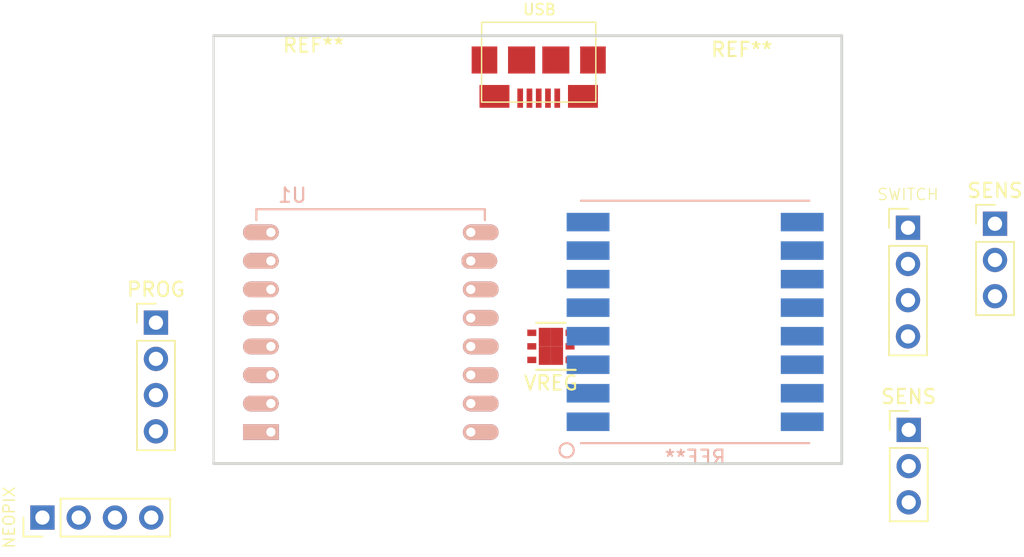
<source format=kicad_pcb>
(kicad_pcb (version 20171130) (host pcbnew 5.0.2-bee76a0~70~ubuntu18.04.1)

  (general
    (thickness 1.6)
    (drawings 4)
    (tracks 0)
    (zones 0)
    (modules 11)
    (nets 1)
  )

  (page A4)
  (layers
    (0 F.Cu signal)
    (31 B.Cu signal)
    (32 B.Adhes user)
    (33 F.Adhes user)
    (34 B.Paste user)
    (35 F.Paste user)
    (36 B.SilkS user)
    (37 F.SilkS user)
    (38 B.Mask user)
    (39 F.Mask user)
    (40 Dwgs.User user)
    (41 Cmts.User user)
    (42 Eco1.User user)
    (43 Eco2.User user)
    (44 Edge.Cuts user)
    (45 Margin user)
    (46 B.CrtYd user)
    (47 F.CrtYd user)
    (48 B.Fab user)
    (49 F.Fab user)
  )

  (setup
    (last_trace_width 0.25)
    (trace_clearance 0.2)
    (zone_clearance 0.508)
    (zone_45_only no)
    (trace_min 0.2)
    (segment_width 0.2)
    (edge_width 0.15)
    (via_size 0.8)
    (via_drill 0.4)
    (via_min_size 0.4)
    (via_min_drill 0.3)
    (uvia_size 0.3)
    (uvia_drill 0.1)
    (uvias_allowed no)
    (uvia_min_size 0.2)
    (uvia_min_drill 0.1)
    (pcb_text_width 0.3)
    (pcb_text_size 1.5 1.5)
    (mod_edge_width 0.15)
    (mod_text_size 1 1)
    (mod_text_width 0.15)
    (pad_size 0.63 0.45)
    (pad_drill 0)
    (pad_to_mask_clearance 0.2)
    (solder_mask_min_width 0.25)
    (aux_axis_origin 0 0)
    (visible_elements FFFFFF7F)
    (pcbplotparams
      (layerselection 0x010f0_ffffffff)
      (usegerberextensions false)
      (usegerberattributes false)
      (usegerberadvancedattributes false)
      (creategerberjobfile false)
      (excludeedgelayer true)
      (linewidth 0.150000)
      (plotframeref false)
      (viasonmask false)
      (mode 1)
      (useauxorigin false)
      (hpglpennumber 1)
      (hpglpenspeed 20)
      (hpglpendiameter 15.000000)
      (psnegative false)
      (psa4output false)
      (plotreference true)
      (plotvalue true)
      (plotinvisibletext false)
      (padsonsilk false)
      (subtractmaskfromsilk false)
      (outputformat 1)
      (mirror false)
      (drillshape 0)
      (scaleselection 1)
      (outputdirectory "/home/donp/osh"))
  )

  (net 0 "")

  (net_class Default "This is the default net class."
    (clearance 0.2)
    (trace_width 0.25)
    (via_dia 0.8)
    (via_drill 0.4)
    (uvia_dia 0.3)
    (uvia_drill 0.1)
  )

  (module Pin_Headers:Pin_Header_Straight_1x03_Pitch2.54mm (layer F.Cu) (tedit 5CA7ADB9) (tstamp 5CA8EBD2)
    (at 167.6908 105.6386)
    (descr "Through hole straight pin header, 1x03, 2.54mm pitch, single row")
    (tags "Through hole pin header THT 1x03 2.54mm single row")
    (fp_text reference SENS (at 0 -2.33) (layer F.SilkS)
      (effects (font (size 1 1) (thickness 0.15)))
    )
    (fp_text value Pin_Header_Straight_1x03_Pitch2.54mm (at 0 7.41) (layer F.Fab) hide
      (effects (font (size 1 1) (thickness 0.15)))
    )
    (fp_text user %R (at 0 2.54 90) (layer F.Fab)
      (effects (font (size 1 1) (thickness 0.15)))
    )
    (fp_line (start 1.8 -1.8) (end -1.8 -1.8) (layer F.CrtYd) (width 0.05))
    (fp_line (start 1.8 6.85) (end 1.8 -1.8) (layer F.CrtYd) (width 0.05))
    (fp_line (start -1.8 6.85) (end 1.8 6.85) (layer F.CrtYd) (width 0.05))
    (fp_line (start -1.8 -1.8) (end -1.8 6.85) (layer F.CrtYd) (width 0.05))
    (fp_line (start -1.33 -1.33) (end 0 -1.33) (layer F.SilkS) (width 0.12))
    (fp_line (start -1.33 0) (end -1.33 -1.33) (layer F.SilkS) (width 0.12))
    (fp_line (start -1.33 1.27) (end 1.33 1.27) (layer F.SilkS) (width 0.12))
    (fp_line (start 1.33 1.27) (end 1.33 6.41) (layer F.SilkS) (width 0.12))
    (fp_line (start -1.33 1.27) (end -1.33 6.41) (layer F.SilkS) (width 0.12))
    (fp_line (start -1.33 6.41) (end 1.33 6.41) (layer F.SilkS) (width 0.12))
    (fp_line (start -1.27 -0.635) (end -0.635 -1.27) (layer F.Fab) (width 0.1))
    (fp_line (start -1.27 6.35) (end -1.27 -0.635) (layer F.Fab) (width 0.1))
    (fp_line (start 1.27 6.35) (end -1.27 6.35) (layer F.Fab) (width 0.1))
    (fp_line (start 1.27 -1.27) (end 1.27 6.35) (layer F.Fab) (width 0.1))
    (fp_line (start -0.635 -1.27) (end 1.27 -1.27) (layer F.Fab) (width 0.1))
    (pad 3 thru_hole oval (at 0 5.08) (size 1.7 1.7) (drill 1) (layers *.Cu *.Mask))
    (pad 2 thru_hole oval (at 0 2.54) (size 1.7 1.7) (drill 1) (layers *.Cu *.Mask))
    (pad +V thru_hole rect (at 0 0) (size 1.7 1.7) (drill 1) (layers *.Cu *.Mask))
    (model ${KISYS3DMOD}/Pin_Headers.3dshapes/Pin_Header_Straight_1x03_Pitch2.54mm.wrl
      (at (xyz 0 0 0))
      (scale (xyz 1 1 1))
      (rotate (xyz 0 0 0))
    )
  )

  (module Mounting_Holes:MountingHole_2.5mm (layer F.Cu) (tedit 5CA7862E) (tstamp 5CA8F413)
    (at 126 82.169)
    (descr "Mounting Hole 2.5mm, no annular")
    (tags "mounting hole 2.5mm no annular")
    (attr virtual)
    (fp_text reference REF** (at 0 -3.5) (layer F.SilkS)
      (effects (font (size 1 1) (thickness 0.15)))
    )
    (fp_text value MountingHole_2.5mm (at 0 3.5) (layer F.Fab) hide
      (effects (font (size 1 1) (thickness 0.15)))
    )
    (fp_circle (center 0 0) (end 2.75 0) (layer F.CrtYd) (width 0.05))
    (fp_circle (center 0 0) (end 2.5 0) (layer Cmts.User) (width 0.15))
    (fp_text user %R (at 0.3 0) (layer F.Fab)
      (effects (font (size 1 1) (thickness 0.15)))
    )
    (pad 1 np_thru_hole circle (at 0 0) (size 2.5 2.5) (drill 2.5) (layers *.Cu *.Mask))
  )

  (module kicad-ESP8266:ESP-12 locked (layer B.Cu) (tedit 55BE5912) (tstamp 5CA71FB3)
    (at 123.0122 105.791)
    (descr "Module, ESP-8266, ESP-12, 16 pad, SMD")
    (tags "Module ESP-8266 ESP8266")
    (fp_text reference U1 (at 1.5 -16.6) (layer B.SilkS)
      (effects (font (size 1 1) (thickness 0.15)) (justify mirror))
    )
    (fp_text value ESP-12 (at 6.992 -1) (layer B.Fab)
      (effects (font (size 1 1) (thickness 0.15)) (justify mirror))
    )
    (fp_line (start -1.008 8.4) (end 14.992 8.4) (layer B.Fab) (width 0.05))
    (fp_line (start -1.008 -15.6) (end -1.008 8.4) (layer B.Fab) (width 0.05))
    (fp_line (start 14.992 -15.6) (end -1.008 -15.6) (layer B.Fab) (width 0.05))
    (fp_line (start 15 8.4) (end 15 -15.6) (layer B.Fab) (width 0.05))
    (fp_line (start -1.008 2.6) (end 14.992 2.6) (layer B.CrtYd) (width 0.1524))
    (fp_text user "No Copper" (at 6.892 5.4) (layer B.CrtYd)
      (effects (font (size 1 1) (thickness 0.15)) (justify mirror))
    )
    (fp_line (start -1.008 8.4) (end 14.992 2.6) (layer B.CrtYd) (width 0.1524))
    (fp_line (start 14.992 8.4) (end -1.008 2.6) (layer B.CrtYd) (width 0.1524))
    (fp_line (start 14.986 -15.621) (end 14.986 -14.859) (layer B.SilkS) (width 0.1524))
    (fp_line (start -1.016 -15.621) (end 14.986 -15.621) (layer B.SilkS) (width 0.1524))
    (fp_line (start -1.016 -14.859) (end -1.016 -15.621) (layer B.SilkS) (width 0.1524))
    (fp_line (start -1.016 8.382) (end -1.016 1.016) (layer B.CrtYd) (width 0.1524))
    (fp_line (start 14.986 8.382) (end 14.986 0.889) (layer B.CrtYd) (width 0.1524))
    (fp_line (start -1.016 8.382) (end 14.986 8.382) (layer B.CrtYd) (width 0.1524))
    (fp_line (start -2.25 -16) (end -2.25 0.5) (layer B.CrtYd) (width 0.05))
    (fp_line (start 16.25 -16) (end -2.25 -16) (layer B.CrtYd) (width 0.05))
    (fp_line (start 16.25 8.75) (end 16.25 -16) (layer B.CrtYd) (width 0.05))
    (fp_line (start 15.25 8.75) (end 16.25 8.75) (layer B.CrtYd) (width 0.05))
    (fp_line (start -2.25 8.75) (end 15.25 8.75) (layer B.CrtYd) (width 0.05))
    (fp_line (start -2.25 0.5) (end -2.25 8.75) (layer B.CrtYd) (width 0.05))
    (pad 16 thru_hole oval (at 14 0) (size 2.5 1.1) (drill 0.65 (offset 0.7 0)) (layers *.Cu *.Mask B.SilkS))
    (pad 15 thru_hole oval (at 14 -2) (size 2.5 1.1) (drill 0.65 (offset 0.7 0)) (layers *.Cu *.Mask B.SilkS))
    (pad 14 thru_hole oval (at 14 -4) (size 2.5 1.1) (drill 0.65 (offset 0.7 0)) (layers *.Cu *.Mask B.SilkS))
    (pad 13 thru_hole oval (at 14 -6) (size 2.5 1.1) (drill 0.65 (offset 0.7 0)) (layers *.Cu *.Mask B.SilkS))
    (pad 12 thru_hole oval (at 14 -8) (size 2.5 1.1) (drill 0.65 (offset 0.7 0)) (layers *.Cu *.Mask B.SilkS))
    (pad 11 thru_hole oval (at 14 -10) (size 2.5 1.1) (drill 0.65 (offset 0.7 0)) (layers *.Cu *.Mask B.SilkS))
    (pad 10 thru_hole oval (at 14 -12) (size 2.5 1.1) (drill 0.65 (offset 0.6 0)) (layers *.Cu *.Mask B.SilkS))
    (pad 9 thru_hole oval (at 14 -14) (size 2.5 1.1) (drill 0.65 (offset 0.7 0)) (layers *.Cu *.Mask B.SilkS))
    (pad 8 thru_hole oval (at 0 -14) (size 2.5 1.1) (drill 0.65 (offset -0.7 0)) (layers *.Cu *.Mask B.SilkS))
    (pad 7 thru_hole oval (at 0 -12) (size 2.5 1.1) (drill 0.65 (offset -0.7 0)) (layers *.Cu *.Mask B.SilkS))
    (pad 6 thru_hole oval (at 0 -10) (size 2.5 1.1) (drill 0.65 (offset -0.7 0)) (layers *.Cu *.Mask B.SilkS))
    (pad 5 thru_hole oval (at 0 -8) (size 2.5 1.1) (drill 0.65 (offset -0.7 0)) (layers *.Cu *.Mask B.SilkS))
    (pad 4 thru_hole oval (at 0 -6) (size 2.5 1.1) (drill 0.65 (offset -0.7 0)) (layers *.Cu *.Mask B.SilkS))
    (pad 3 thru_hole oval (at 0 -4) (size 2.5 1.1) (drill 0.65 (offset -0.7 0)) (layers *.Cu *.Mask B.SilkS))
    (pad 2 thru_hole oval (at 0 -2) (size 2.5 1.1) (drill 0.65 (offset -0.7 0)) (layers *.Cu *.Mask B.SilkS))
    (pad 1 thru_hole rect (at 0 0) (size 2.5 1.1) (drill 0.65 (offset -0.7 0)) (layers *.Cu *.Mask B.SilkS))
    (model ${ESPLIB}/ESP8266.3dshapes/ESP-12.wrl
      (at (xyz 0 0 0))
      (scale (xyz 0.3937 0.3937 0.3937))
      (rotate (xyz 0 0 0))
    )
  )

  (module Pin_Headers:Pin_Header_Straight_1x04_Pitch2.54mm (layer F.Cu) (tedit 5CA7ADB1) (tstamp 5CA76CBD)
    (at 107.0102 111.7854 90)
    (descr "Through hole straight pin header, 1x04, 2.54mm pitch, single row")
    (tags "Through hole pin header THT 1x04 2.54mm single row")
    (fp_text reference NEOPIX (at 0 -2.33 90) (layer F.SilkS)
      (effects (font (size 0.8 0.8) (thickness 0.1)))
    )
    (fp_text value Pin_Header_Straight_1x04_Pitch2.54mm (at 0 9.95 90) (layer F.Fab) hide
      (effects (font (size 1 1) (thickness 0.15)))
    )
    (fp_line (start -0.635 -1.27) (end 1.27 -1.27) (layer F.Fab) (width 0.1))
    (fp_line (start 1.27 -1.27) (end 1.27 8.89) (layer F.Fab) (width 0.1))
    (fp_line (start 1.27 8.89) (end -1.27 8.89) (layer F.Fab) (width 0.1))
    (fp_line (start -1.27 8.89) (end -1.27 -0.635) (layer F.Fab) (width 0.1))
    (fp_line (start -1.27 -0.635) (end -0.635 -1.27) (layer F.Fab) (width 0.1))
    (fp_line (start -1.33 8.95) (end 1.33 8.95) (layer F.SilkS) (width 0.12))
    (fp_line (start -1.33 1.27) (end -1.33 8.95) (layer F.SilkS) (width 0.12))
    (fp_line (start 1.33 1.27) (end 1.33 8.95) (layer F.SilkS) (width 0.12))
    (fp_line (start -1.33 1.27) (end 1.33 1.27) (layer F.SilkS) (width 0.12))
    (fp_line (start -1.33 0) (end -1.33 -1.33) (layer F.SilkS) (width 0.12))
    (fp_line (start -1.33 -1.33) (end 0 -1.33) (layer F.SilkS) (width 0.12))
    (fp_line (start -1.8 -1.8) (end -1.8 9.4) (layer F.CrtYd) (width 0.05))
    (fp_line (start -1.8 9.4) (end 1.8 9.4) (layer F.CrtYd) (width 0.05))
    (fp_line (start 1.8 9.4) (end 1.8 -1.8) (layer F.CrtYd) (width 0.05))
    (fp_line (start 1.8 -1.8) (end -1.8 -1.8) (layer F.CrtYd) (width 0.05))
    (fp_text user %R (at 0 3.81 180) (layer F.Fab)
      (effects (font (size 1 1) (thickness 0.15)))
    )
    (pad +V thru_hole rect (at 0 0 90) (size 1.7 1.7) (drill 1) (layers *.Cu *.Mask))
    (pad 2 thru_hole oval (at 0 2.54 90) (size 1.7 1.7) (drill 1) (layers *.Cu *.Mask))
    (pad GND thru_hole oval (at 0 5.08 90) (size 1.7 1.7) (drill 1) (layers *.Cu *.Mask))
    (pad 4 thru_hole oval (at 0 7.62 90) (size 1.7 1.7) (drill 1) (layers *.Cu *.Mask))
    (model ${KISYS3DMOD}/Pin_Headers.3dshapes/Pin_Header_Straight_1x04_Pitch2.54mm.wrl
      (at (xyz 0 0 0))
      (scale (xyz 1 1 1))
      (rotate (xyz 0 0 0))
    )
  )

  (module Pin_Headers:Pin_Header_Straight_1x04_Pitch2.54mm (layer F.Cu) (tedit 5CA79208) (tstamp 5CA8EDC8)
    (at 167.64 91.4654)
    (descr "Through hole straight pin header, 1x04, 2.54mm pitch, single row")
    (tags "Through hole pin header THT 1x04 2.54mm single row")
    (fp_text reference SWITCH (at 0 -2.33) (layer F.SilkS)
      (effects (font (size 0.8 0.8) (thickness 0.08)))
    )
    (fp_text value Pin_Header_Straight_1x04_Pitch2.54mm (at 0 9.95) (layer F.Fab) hide
      (effects (font (size 1 1) (thickness 0.15)))
    )
    (fp_line (start -0.635 -1.27) (end 1.27 -1.27) (layer F.Fab) (width 0.1))
    (fp_line (start 1.27 -1.27) (end 1.27 8.89) (layer F.Fab) (width 0.1))
    (fp_line (start 1.27 8.89) (end -1.27 8.89) (layer F.Fab) (width 0.1))
    (fp_line (start -1.27 8.89) (end -1.27 -0.635) (layer F.Fab) (width 0.1))
    (fp_line (start -1.27 -0.635) (end -0.635 -1.27) (layer F.Fab) (width 0.1))
    (fp_line (start -1.33 8.95) (end 1.33 8.95) (layer F.SilkS) (width 0.12))
    (fp_line (start -1.33 1.27) (end -1.33 8.95) (layer F.SilkS) (width 0.12))
    (fp_line (start 1.33 1.27) (end 1.33 8.95) (layer F.SilkS) (width 0.12))
    (fp_line (start -1.33 1.27) (end 1.33 1.27) (layer F.SilkS) (width 0.12))
    (fp_line (start -1.33 0) (end -1.33 -1.33) (layer F.SilkS) (width 0.12))
    (fp_line (start -1.33 -1.33) (end 0 -1.33) (layer F.SilkS) (width 0.12))
    (fp_line (start -1.8 -1.8) (end -1.8 9.4) (layer F.CrtYd) (width 0.05))
    (fp_line (start -1.8 9.4) (end 1.8 9.4) (layer F.CrtYd) (width 0.05))
    (fp_line (start 1.8 9.4) (end 1.8 -1.8) (layer F.CrtYd) (width 0.05))
    (fp_line (start 1.8 -1.8) (end -1.8 -1.8) (layer F.CrtYd) (width 0.05))
    (fp_text user %R (at 0 3.81 90) (layer F.Fab)
      (effects (font (size 1 1) (thickness 0.15)))
    )
    (pad 1 thru_hole rect (at 0 0) (size 1.7 1.7) (drill 1) (layers *.Cu *.Mask))
    (pad 2 thru_hole oval (at 0 2.54) (size 1.7 1.7) (drill 1) (layers *.Cu *.Mask))
    (pad 3 thru_hole oval (at 0 5.08) (size 1.7 1.7) (drill 1) (layers *.Cu *.Mask))
    (pad 4 thru_hole oval (at 0 7.62) (size 1.7 1.7) (drill 1) (layers *.Cu *.Mask))
    (model ${KISYS3DMOD}/Pin_Headers.3dshapes/Pin_Header_Straight_1x04_Pitch2.54mm.wrl
      (at (xyz 0 0 0))
      (scale (xyz 1 1 1))
      (rotate (xyz 0 0 0))
    )
  )

  (module Pin_Headers:Pin_Header_Straight_1x03_Pitch2.54mm (layer F.Cu) (tedit 5CA78AD0) (tstamp 5CAAD24C)
    (at 173.736 91.186)
    (descr "Through hole straight pin header, 1x03, 2.54mm pitch, single row")
    (tags "Through hole pin header THT 1x03 2.54mm single row")
    (fp_text reference SENS (at 0 -2.33) (layer F.SilkS)
      (effects (font (size 1 1) (thickness 0.15)))
    )
    (fp_text value Pin_Header_Straight_1x03_Pitch2.54mm (at 0 7.41) (layer F.Fab) hide
      (effects (font (size 1 1) (thickness 0.15)))
    )
    (fp_line (start -0.635 -1.27) (end 1.27 -1.27) (layer F.Fab) (width 0.1))
    (fp_line (start 1.27 -1.27) (end 1.27 6.35) (layer F.Fab) (width 0.1))
    (fp_line (start 1.27 6.35) (end -1.27 6.35) (layer F.Fab) (width 0.1))
    (fp_line (start -1.27 6.35) (end -1.27 -0.635) (layer F.Fab) (width 0.1))
    (fp_line (start -1.27 -0.635) (end -0.635 -1.27) (layer F.Fab) (width 0.1))
    (fp_line (start -1.33 6.41) (end 1.33 6.41) (layer F.SilkS) (width 0.12))
    (fp_line (start -1.33 1.27) (end -1.33 6.41) (layer F.SilkS) (width 0.12))
    (fp_line (start 1.33 1.27) (end 1.33 6.41) (layer F.SilkS) (width 0.12))
    (fp_line (start -1.33 1.27) (end 1.33 1.27) (layer F.SilkS) (width 0.12))
    (fp_line (start -1.33 0) (end -1.33 -1.33) (layer F.SilkS) (width 0.12))
    (fp_line (start -1.33 -1.33) (end 0 -1.33) (layer F.SilkS) (width 0.12))
    (fp_line (start -1.8 -1.8) (end -1.8 6.85) (layer F.CrtYd) (width 0.05))
    (fp_line (start -1.8 6.85) (end 1.8 6.85) (layer F.CrtYd) (width 0.05))
    (fp_line (start 1.8 6.85) (end 1.8 -1.8) (layer F.CrtYd) (width 0.05))
    (fp_line (start 1.8 -1.8) (end -1.8 -1.8) (layer F.CrtYd) (width 0.05))
    (fp_text user %R (at 0 2.54 90) (layer F.Fab)
      (effects (font (size 1 1) (thickness 0.15)))
    )
    (pad 1 thru_hole rect (at 0 0) (size 1.7 1.7) (drill 1) (layers *.Cu *.Mask))
    (pad 2 thru_hole oval (at 0 2.54) (size 1.7 1.7) (drill 1) (layers *.Cu *.Mask))
    (pad 3 thru_hole oval (at 0 5.08) (size 1.7 1.7) (drill 1) (layers *.Cu *.Mask))
    (model ${KISYS3DMOD}/Pin_Headers.3dshapes/Pin_Header_Straight_1x03_Pitch2.54mm.wrl
      (at (xyz 0 0 0))
      (scale (xyz 1 1 1))
      (rotate (xyz 0 0 0))
    )
  )

  (module Mounting_Holes:MountingHole_2.5mm (layer F.Cu) (tedit 5CA7862A) (tstamp 5CA8F3EF)
    (at 156 82.4738)
    (descr "Mounting Hole 2.5mm, no annular")
    (tags "mounting hole 2.5mm no annular")
    (attr virtual)
    (fp_text reference REF** (at 0 -3.5) (layer F.SilkS)
      (effects (font (size 1 1) (thickness 0.15)))
    )
    (fp_text value MountingHole_2.5mm (at 0 3.5) (layer F.Fab) hide
      (effects (font (size 1 1) (thickness 0.15)))
    )
    (fp_text user %R (at 0.3 0) (layer F.Fab)
      (effects (font (size 1 1) (thickness 0.15)))
    )
    (fp_circle (center 0 0) (end 2.5 0) (layer Cmts.User) (width 0.15))
    (fp_circle (center 0 0) (end 2.75 0) (layer F.CrtYd) (width 0.05))
    (pad 1 np_thru_hole circle (at 0 0) (size 2.5 2.5) (drill 2.5) (layers *.Cu *.Mask))
  )

  (module open-project:MICRO-B_USB (layer F.Cu) (tedit 5CA791CD) (tstamp 5CA89D6A)
    (at 141.77264 78.2574 180)
    (fp_text reference MICRO-B_USB (at 0 -5.842 180) (layer F.SilkS) hide
      (effects (font (size 0.762 0.762) (thickness 0.127)))
    )
    (fp_text value USB (at -0.05 2.09 180) (layer F.SilkS)
      (effects (font (size 0.762 0.762) (thickness 0.127)))
    )
    (fp_line (start -4.0005 1.00076) (end -4.0005 -4.39928) (layer F.SilkS) (width 0.09906))
    (fp_line (start 4.0005 1.19888) (end -4.0005 1.19888) (layer F.SilkS) (width 0.09906))
    (fp_line (start 4.0005 -4.39928) (end 4.0005 1.00076) (layer F.SilkS) (width 0.09906))
    (fp_line (start -4.0005 -4.39928) (end 4.0005 -4.39928) (layer F.SilkS) (width 0.09906))
    (fp_line (start 4.0005 1.00076) (end 4.0005 1.19888) (layer F.SilkS) (width 0.09906))
    (fp_line (start -4.0005 1.00076) (end -4.0005 1.19888) (layer F.SilkS) (width 0.09906))
    (pad "" smd rect (at -3.79984 -1.4478 180) (size 1.79578 1.89738) (layers F.Cu F.Paste F.Mask))
    (pad "" smd rect (at 3.0988 -3.99796 180) (size 2.0955 1.59766) (layers F.Cu F.Paste F.Mask))
    (pad 5 smd rect (at 1.29794 -4.12496 180) (size 0.39878 1.3462) (layers F.Cu F.Paste F.Mask)
      (clearance 0.2032))
    (pad 4 smd rect (at 0.6477 -4.12496 180) (size 0.39878 1.3462) (layers F.Cu F.Paste F.Mask)
      (clearance 0.2032))
    (pad 3 smd rect (at 0 -4.12496 180) (size 0.39878 1.3462) (layers F.Cu F.Paste F.Mask)
      (clearance 0.2032))
    (pad 2 smd rect (at -0.6477 -4.12496 180) (size 0.39878 1.3462) (layers F.Cu F.Paste F.Mask)
      (clearance 0.2032))
    (pad 1 smd rect (at -1.29794 -4.12496 180) (size 0.39878 1.3462) (layers F.Cu F.Paste F.Mask)
      (clearance 0.2032))
    (pad "" smd rect (at -3.0988 -3.99796 180) (size 2.0955 1.59766) (layers F.Cu F.Paste F.Mask))
    (pad "" smd rect (at 3.79984 -1.4478 180) (size 1.79578 1.89738) (layers F.Cu F.Paste F.Mask))
    (pad "" smd rect (at 1.19888 -1.4478 180) (size 1.89992 1.89738) (layers F.Cu F.Paste F.Mask))
    (pad "" smd rect (at -1.19888 -1.4478 180) (size 1.89738 1.89738) (layers F.Cu F.Paste F.Mask))
  )

  (module Housings_DFN_QFN:DFN-6-1EP_3x3mm_Pitch0.95mm (layer F.Cu) (tedit 5CA7AF9C) (tstamp 5CA8E9D4)
    (at 142.6278 99.7816 180)
    (descr "DFN6 3*3 MM, 0.95 PITCH; CASE 506AH-01 (see ON Semiconductor 506AH.PDF)")
    (tags "DFN 0.95")
    (attr smd)
    (fp_text reference VREG (at 0 -2.575 180) (layer F.SilkS)
      (effects (font (size 1 1) (thickness 0.15)))
    )
    (fp_text value DFN-6-1EP_3x3mm_Pitch0.95mm (at 0 2.575 180) (layer F.Fab) hide
      (effects (font (size 1 1) (thickness 0.15)))
    )
    (fp_line (start -0.5 -1.5) (end 1.5 -1.5) (layer F.Fab) (width 0.15))
    (fp_line (start 1.5 -1.5) (end 1.5 1.5) (layer F.Fab) (width 0.15))
    (fp_line (start 1.5 1.5) (end -1.5 1.5) (layer F.Fab) (width 0.15))
    (fp_line (start -1.5 1.5) (end -1.5 -0.5) (layer F.Fab) (width 0.15))
    (fp_line (start -1.5 -0.5) (end -0.5 -1.5) (layer F.Fab) (width 0.15))
    (fp_line (start -1.9 -1.85) (end -1.9 1.85) (layer F.CrtYd) (width 0.05))
    (fp_line (start 1.9 -1.85) (end 1.9 1.85) (layer F.CrtYd) (width 0.05))
    (fp_line (start -1.9 -1.85) (end 1.9 -1.85) (layer F.CrtYd) (width 0.05))
    (fp_line (start -1.9 1.85) (end 1.9 1.85) (layer F.CrtYd) (width 0.05))
    (fp_line (start -1.025 1.65) (end 1.025 1.65) (layer F.SilkS) (width 0.15))
    (fp_line (start -1.73 -1.65) (end 1.025 -1.65) (layer F.SilkS) (width 0.15))
    (pad EN smd rect (at -1.34 -0.95 180) (size 0.63 0.45) (layers F.Cu F.Paste F.Mask))
    (pad GND smd rect (at -1.34 0 180) (size 0.63 0.45) (layers F.Cu F.Paste F.Mask))
    (pad PG smd rect (at -1.34 0.95 180) (size 0.63 0.45) (layers F.Cu F.Paste F.Mask))
    (pad VOUT smd rect (at 1.34 0.95 180) (size 0.63 0.45) (layers F.Cu F.Paste F.Mask))
    (pad 5 smd rect (at 1.34 0 180) (size 0.63 0.45) (layers F.Cu F.Paste F.Mask))
    (pad VIN smd rect (at 1.34 -0.95 180) (size 0.63 0.45) (layers F.Cu F.Paste F.Mask))
    (pad 7 smd rect (at 0.425 0.65 180) (size 0.85 1.3) (layers F.Cu F.Paste F.Mask)
      (solder_paste_margin_ratio -0.2))
    (pad 7 smd rect (at 0.425 -0.65 180) (size 0.85 1.3) (layers F.Cu F.Paste F.Mask)
      (solder_paste_margin_ratio -0.2))
    (pad 7 smd rect (at -0.425 0.65 180) (size 0.85 1.3) (layers F.Cu F.Paste F.Mask)
      (solder_paste_margin_ratio -0.2))
    (pad 7 smd rect (at -0.425 -0.65 180) (size 0.85 1.3) (layers F.Cu F.Paste F.Mask)
      (solder_paste_margin_ratio -0.2))
    (model ${KISYS3DMOD}/Housings_DFN_QFN.3dshapes/DFN-6-1EP_3x3mm_Pitch0.95mm.wrl
      (at (xyz 0 0 0))
      (scale (xyz 1 1 1))
      (rotate (xyz 0 0 0))
    )
  )

  (module Pin_Headers:Pin_Header_Straight_1x04_Pitch2.54mm (layer F.Cu) (tedit 5CA78AC7) (tstamp 5CA8EB40)
    (at 114.9604 98.1202)
    (descr "Through hole straight pin header, 1x04, 2.54mm pitch, single row")
    (tags "Through hole pin header THT 1x04 2.54mm single row")
    (fp_text reference PROG (at 0 -2.33) (layer F.SilkS)
      (effects (font (size 1 1) (thickness 0.15)))
    )
    (fp_text value Pin_Header_Straight_1x04_Pitch2.54mm (at 0 9.95) (layer F.Fab) hide
      (effects (font (size 1 1) (thickness 0.15)))
    )
    (fp_line (start -0.635 -1.27) (end 1.27 -1.27) (layer F.Fab) (width 0.1))
    (fp_line (start 1.27 -1.27) (end 1.27 8.89) (layer F.Fab) (width 0.1))
    (fp_line (start 1.27 8.89) (end -1.27 8.89) (layer F.Fab) (width 0.1))
    (fp_line (start -1.27 8.89) (end -1.27 -0.635) (layer F.Fab) (width 0.1))
    (fp_line (start -1.27 -0.635) (end -0.635 -1.27) (layer F.Fab) (width 0.1))
    (fp_line (start -1.33 8.95) (end 1.33 8.95) (layer F.SilkS) (width 0.12))
    (fp_line (start -1.33 1.27) (end -1.33 8.95) (layer F.SilkS) (width 0.12))
    (fp_line (start 1.33 1.27) (end 1.33 8.95) (layer F.SilkS) (width 0.12))
    (fp_line (start -1.33 1.27) (end 1.33 1.27) (layer F.SilkS) (width 0.12))
    (fp_line (start -1.33 0) (end -1.33 -1.33) (layer F.SilkS) (width 0.12))
    (fp_line (start -1.33 -1.33) (end 0 -1.33) (layer F.SilkS) (width 0.12))
    (fp_line (start -1.8 -1.8) (end -1.8 9.4) (layer F.CrtYd) (width 0.05))
    (fp_line (start -1.8 9.4) (end 1.8 9.4) (layer F.CrtYd) (width 0.05))
    (fp_line (start 1.8 9.4) (end 1.8 -1.8) (layer F.CrtYd) (width 0.05))
    (fp_line (start 1.8 -1.8) (end -1.8 -1.8) (layer F.CrtYd) (width 0.05))
    (fp_text user %R (at 0 3.81 90) (layer F.Fab)
      (effects (font (size 1 1) (thickness 0.15)))
    )
    (pad 1 thru_hole rect (at 0 0) (size 1.7 1.7) (drill 1) (layers *.Cu *.Mask))
    (pad 2 thru_hole oval (at 0 2.54) (size 1.7 1.7) (drill 1) (layers *.Cu *.Mask))
    (pad 3 thru_hole oval (at 0 5.08) (size 1.7 1.7) (drill 1) (layers *.Cu *.Mask))
    (pad 4 thru_hole oval (at 0 7.62) (size 1.7 1.7) (drill 1) (layers *.Cu *.Mask))
    (model ${KISYS3DMOD}/Pin_Headers.3dshapes/Pin_Header_Straight_1x04_Pitch2.54mm.wrl
      (at (xyz 0 0 0))
      (scale (xyz 1 1 1))
      (rotate (xyz 0 0 0))
    )
  )

  (module RFM9X:RFM9X-SMD (layer B.Cu) (tedit 5A29B077) (tstamp 5CAAD0F6)
    (at 152.7302 98.0694)
    (fp_text reference REF** (at 0 9.5) (layer B.SilkS)
      (effects (font (size 1 1) (thickness 0.15)) (justify mirror))
    )
    (fp_text value RFM9X (at 0 -7) (layer B.Fab)
      (effects (font (size 1 1) (thickness 0.15)) (justify mirror))
    )
    (fp_line (start 8 8) (end 8 -8) (layer B.Fab) (width 0.15))
    (fp_line (start -8 -8) (end 8 -8) (layer B.Fab) (width 0.15))
    (fp_line (start -8 8) (end 8 8) (layer B.Fab) (width 0.15))
    (fp_line (start -8 8) (end -8 -8) (layer B.Fab) (width 0.15))
    (fp_line (start -5 5.5) (end 1 5.5) (layer B.Fab) (width 0.15))
    (fp_line (start 1 5.5) (end 1 -0.5) (layer B.Fab) (width 0.15))
    (fp_line (start 1 -0.5) (end -5 -0.5) (layer B.Fab) (width 0.15))
    (fp_line (start -5 -0.5) (end -5 5.5) (layer B.Fab) (width 0.15))
    (fp_line (start 2 7) (end 4.5 7) (layer B.Fab) (width 0.15))
    (fp_line (start 4.5 7) (end 4.5 3.5) (layer B.Fab) (width 0.15))
    (fp_line (start 4.5 3.5) (end 2 3.5) (layer B.Fab) (width 0.15))
    (fp_line (start 2 3.5) (end 2 7) (layer B.Fab) (width 0.15))
    (fp_line (start -8 8.5) (end 8 8.5) (layer B.SilkS) (width 0.15))
    (fp_line (start -8 -8.5) (end 8 -8.5) (layer B.SilkS) (width 0.15))
    (fp_circle (center -9 9) (end -9 8.5) (layer B.SilkS) (width 0.15))
    (pad 8 smd rect (at 7 -7) (size 3 1.3) (drill (offset 0.5 0)) (layers B.Cu B.Paste B.Mask))
    (pad 7 smd rect (at 7 -5) (size 3 1.3) (drill (offset 0.5 0)) (layers B.Cu B.Paste B.Mask))
    (pad 6 smd rect (at 7 -3) (size 3 1.3) (drill (offset 0.5 0)) (layers B.Cu B.Paste B.Mask))
    (pad 5 smd rect (at 7 -1) (size 3 1.3) (drill (offset 0.5 0)) (layers B.Cu B.Paste B.Mask))
    (pad 4 smd rect (at 7 1) (size 3 1.3) (drill (offset 0.5 0)) (layers B.Cu B.Paste B.Mask))
    (pad 3 smd rect (at 7 3) (size 3 1.3) (drill (offset 0.5 0)) (layers B.Cu B.Paste B.Mask))
    (pad 2 smd rect (at 7 5) (size 3 1.3) (drill (offset 0.5 0)) (layers B.Cu B.Paste B.Mask))
    (pad 8 smd rect (at -7 -7) (size 3 1.3) (drill (offset -0.5 0)) (layers B.Cu B.Paste B.Mask))
    (pad 7 smd rect (at -7 -5) (size 3 1.3) (drill (offset -0.5 0)) (layers B.Cu B.Paste B.Mask))
    (pad 6 smd rect (at -7 -3) (size 3 1.3) (drill (offset -0.5 0)) (layers B.Cu B.Paste B.Mask))
    (pad 5 smd rect (at -7 -1) (size 3 1.3) (drill (offset -0.5 0)) (layers B.Cu B.Paste B.Mask))
    (pad 4 smd rect (at -7 1) (size 3 1.3) (drill (offset -0.5 0)) (layers B.Cu B.Paste B.Mask))
    (pad 3 smd rect (at -7 3) (size 3 1.3) (drill (offset -0.5 0)) (layers B.Cu B.Paste B.Mask))
    (pad 2 smd rect (at -7 5) (size 3 1.3) (drill (offset -0.5 0)) (layers B.Cu B.Paste B.Mask))
    (pad 9 smd rect (at 7 7) (size 3 1.3) (drill (offset 0.5 0)) (layers B.Cu B.Paste B.Mask))
    (pad 1 smd rect (at -7 7) (size 3 1.3) (drill (offset -0.5 0)) (layers B.Cu B.Paste B.Mask))
  )

  (gr_line (start 119 78) (end 119 108) (layer Edge.Cuts) (width 0.15))
  (gr_line (start 119 108) (end 163 108) (layer Edge.Cuts) (width 0.2) (tstamp 5CA8F3D7))
  (gr_line (start 163 78) (end 163 108) (layer Edge.Cuts) (width 0.2) (tstamp 5CA89E1B))
  (gr_line (start 119 78) (end 163 78) (layer Edge.Cuts) (width 0.2))

)

</source>
